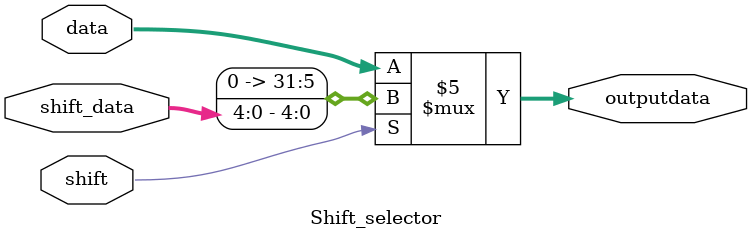
<source format=v>
`timescale 1ns / 1ps


module Shift_selector(
    input[31:0] data,
    input[4:0] shift_data,
    input shift,
    output reg[31:0] outputdata
    );
    initial begin
        outputdata = 0;
    end
    
    always @(shift or data or shift_data) begin
        if(shift == 0) begin
            outputdata = data;
        end
        else begin
            outputdata = shift_data;
        end
        
    end
endmodule

</source>
